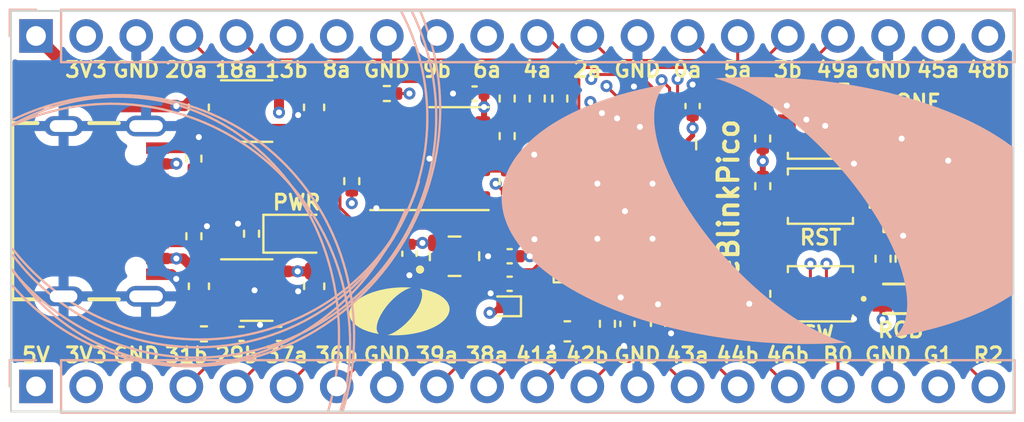
<source format=kicad_pcb>
(kicad_pcb (version 20240108) (generator "pcbnew") (generator_version "8.0")
  (title_block (title "iCEblink") (date "2024-02-14") (company "Olin College of Engineering"))
  (layers (0 "F.Cu" signal) (1 "In1.Cu" power) (2 "In2.Cu" signal) (31 "B.Cu" power) (34 "B.Paste" user) (35 "F.Paste" user) (36 "B.SilkS" user "B.Silkscreen") (37 "F.SilkS" user "F.Silkscreen") (38 "B.Mask" user) (39 "F.Mask" user) (44 "Edge.Cuts" user))
  (net 0 "")
  (net 1 "+5V")
  (net 2 "GND")
  (net 3 "+1V2")
  (net 4 "Net-(U3-EN)")
  (net 5 "Net-(U3-BYP)")
  (net 6 "+3V3")
  (net 7 "Net-(D4-K)")
  (net 8 "Net-(U4-VCCPLL)")
  (net 9 "Net-(D1-Pad1)")
  (net 10 "Net-(D1-Pad2)")
  (net 11 "Net-(D1-Pad4)")
  (net 12 "Net-(D2-K)")
  (net 13 "Net-(D3-A)")
  (net 14 "/IOT_51a")
  (net 15 "Net-(D5-A)")
  (net 16 "Net-(J1-CC1)")
  (net 17 "Net-(J1-D+-PadA6)")
  (net 18 "Net-(J1-D--PadA7)")
  (net 20 "Net-(J1-CC2)")
  (net 22 "/RGB2")
  (net 23 "/RGB1")
  (net 24 "/RGB0")
  (net 25 "/IOT_50b")
  (net 26 "/IOT_49a")
  (net 27 "/IOT_48b")
  (net 28 "/IOT_46b_G0")
  (net 29 "/IOT_45a_G1")
  (net 30 "/IOT_44b")
  (net 31 "/IOT_43a")
  (net 32 "/IOT_42b")
  (net 33 "/IOT_41a")
  (net 34 "/IOT_39a")
  (net 35 "/IOT_38b")
  (net 36 "/IOT_37a")
  (net 37 "/IOB_0a")
  (net 38 "/IOB_2a")
  (net 39 "/IOB_3b_G6")
  (net 40 "/IOB_4a")
  (net 41 "/IOB_5a")
  (net 42 "/IOB_6a")
  (net 43 "/IOB_8a")
  (net 44 "/IOB_9b")
  (net 45 "/IOB_13b")
  (net 46 "/IOB_18a")
  (net 47 "/IOB_20a")
  (net 48 "/IOB_29b")
  (net 49 "/IOB_31b")
  (net 50 "/IOT_36b")
  (net 51 "Net-(U4-~{CRESET})")
  (net 52 "Net-(U4-IOB_16a)")
  (net 53 "Net-(U4-IOB_24a)")
  (net 54 "Net-(U4-IOB_23b)")
  (net 55 "Net-(U4-IOB_22a)")
  (net 56 "Net-(U1-~{CS})")
  (net 57 "Net-(U1-SCK)")
  (net 58 "Net-(U1-~{WP}{slash}IO2)")
  (net 59 "Net-(U1-~{HOLD}{slash}IO3)")
  (net 60 "Net-(U1-DO{slash}IO1)")
  (net 61 "Net-(U1-DI{slash}IO0)")
  (net 63 "Net-(U4-IOB_25b_G3)")
  (footprint "Capacitor_SMD:C_0402_1005Metric" (layer "F.Cu") (at 140.589 117.983 180)
    (property "Reference" "C5" (hide yes))
    (property "Value" "10nF" (hide yes))
  )
  (footprint "Capacitor_SMD:C_0402_1005Metric" (layer "F.Cu") (at 158.242 117.475 90)
    (property "Reference" "C14" (hide yes))
    (property "Value" "1µF" (hide yes))
  )
  (footprint "Capacitor_SMD:C_0603_1608Metric" (layer "F.Cu") (at 136.5195 106.492 -90)
    (property "Reference" "C1" (hide yes))
    (property "Value" "10µF" (hide yes))
  )
  (footprint "Resistor_SMD:R_0402_1005Metric" (layer "F.Cu") (at 174.498 108.077 90)
    (property "Reference" "R19" (hide yes))
    (property "Value" "1K" (hide yes))
  )
  (footprint "Capacitor_SMD:C_0603_1608Metric" (layer "F.Cu") (at 136.525 115.57 -90)
    (property "Reference" "C4" (hide yes))
    (property "Value" "10µF" (hide yes))
  )
  (footprint "Capacitor_SMD:C_0402_1005Metric" (layer "F.Cu") (at 161.544 106.426 -90)
    (property "Reference" "C9" (hide yes))
    (property "Value" "1µF" (hide yes))
  )
  (footprint "Eclectronics:OlinLogoSm" (layer "F.Cu") (at 146.685 116.84)
    (property "Reference" "OlinLogoSm" (hide yes))
    (property "Value" "G***" (hide yes))
  )
  (footprint "Eclectronics:X1-DFN1006-2" (layer "F.Cu") (at 152.146 116.586 180)
    (property "Reference" "D4" (hide yes))
    (property "Value" "SBR02U100LP" (hide yes))
  )
  (footprint "Resistor_SMD:R_0402_1005Metric" (layer "F.Cu") (at 172.212 114.173 90)
    (property "Reference" "R9" (hide yes))
    (property "Value" "1K" (hide yes))
  )
  (footprint "Capacitor_SMD:C_0603_1608Metric" (layer "F.Cu") (at 142.3615 106.492 -90)
    (property "Reference" "C2" (hide yes))
    (property "Value" "10µF" (hide yes))
  )
  (footprint "Button_Switch_SMD:SW_SPST_B3U-1000P" (layer "F.Cu") (at 168.021 107.696)
    (property "Reference" "S2" (hide yes))
    (property "Value" "BOOT" (hide yes))
  )
  (footprint "Resistor_SMD:R_0402_1005Metric" (layer "F.Cu") (at 153.67 106.045 -90)
    (property "Reference" "R10" (hide yes))
    (property "Value" "68Ω" (hide yes))
  )
  (footprint "Capacitor_SMD:C_0402_1005Metric" (layer "F.Cu") (at 159.7914 117.475 90)
    (property "Reference" "C12" (hide yes))
    (property "Value" "1µF" (hide yes))
  )
  (footprint "Capacitor_SMD:C_0402_1005Metric" (layer "F.Cu") (at 159.0294 106.426 -90)
    (property "Reference" "C13" (hide yes))
    (property "Value" "1µF" (hide yes))
  )
  (footprint "Capacitor_SMD:C_0402_1005Metric" (layer "F.Cu") (at 150.495 105.791 180)
    (property "Reference" "C7" (hide yes))
    (property "Value" "1µF" (hide yes))
  )
  (footprint "Eclectronics:IQXO-791" (layer "F.Cu") (at 149.479 114.046)
    (property "Reference" "X1" (hide yes))
    (property "Value" "IQXO-791" (hide yes))
  )
  (footprint "Capacitor_SMD:C_0603_1608Metric" (layer "F.Cu") (at 142.367 115.57 -90)
    (property "Reference" "C6" (hide yes))
    (property "Value" "10µF" (hide yes))
  )
  (footprint "Capacitor_SMD:C_0603_1608Metric" (layer "F.Cu") (at 155.194 117.856)
    (property "Reference" "C15" (hide yes))
    (property "Value" "10µF" (hide yes))
  )
  (footprint "Resistor_SMD:R_0402_1005Metric" (layer "F.Cu") (at 152.146 107.95 90)
    (property "Reference" "R16" (hide yes))
    (property "Value" "10K" (hide yes))
  )
  (footprint "LED_SMD:LED_0805_2012Metric" (layer "F.Cu") (at 172.212 110.617)
    (property "Reference" "D3" (hide yes))
    (property "Value" "LED" (hide yes))
  )
  (footprint "Resistor_SMD:R_0402_1005Metric" (layer "F.Cu") (at 154.813 106.045 -90)
    (property "Reference" "R12" (hide yes))
    (property "Value" "68Ω" (hide yes))
  )
  (footprint "Resistor_SMD:R_0402_1005Metric" (layer "F.Cu") (at 165.1 110.49 90)
    (property "Reference" "R5" (hide yes))
    (property "Value" "10K" (hide yes))
  )
  (footprint "LED_SMD:LED_0805_2012Metric" (layer "F.Cu") (at 172.212 108.077)
    (property "Reference" "D5" (hide yes))
    (property "Value" "CDONE" (hide yes))
  )
  (footprint "Eclectronics:IN-S85TATRGB" (layer "F.Cu") (at 172.212 116.205)
    (property "Reference" "D1" (hide yes))
    (property "Value" "IN-S85TATRGB_ALT" (hide yes))
  )
  (footprint "Resistor_SMD:R_0402_1005Metric" (layer "F.Cu") (at 173.228 114.173 90)
    (property "Reference" "R7" (hide yes))
    (property "Value" "1K" (hide yes))
  )
  (footprint "Resistor_SMD:R_0402_1005Metric" (layer "F.Cu") (at 136.779 117.983)
    (property "Reference" "R1" (hide yes))
    (property "Value" "10K" (hide yes))
  )
  (footprint "Package_TO_SOT_SMD:SOT-23-5" (layer "F.Cu") (at 139.446 106.68)
    (property "Reference" "U2" (hide yes))
    (property "Value" "MIC5365-1-2YD5" (hide yes))
  )
  (footprint "Resistor_SMD:R_0402_1005Metric" (layer "F.Cu") (at 165.0945 108.072 -90)
    (property "Reference" "R6" (hide yes))
    (property "Value" "10K" (hide yes))
  )
  (footprint "Package_SON:WSON-8-1EP_6x5mm_P1.27mm_EP3.4x4.3mm" (layer "F.Cu") (at 148.209 109.093)
    (property "Reference" "U1" (hide yes))
    (property "Value" "W25Q128JV" (hide yes))
  )
  (footprint "Resistor_SMD:R_0402_1005Metric" (layer "F.Cu") (at 136.271 109.093 90)
    (property "Reference" "R3" (hide yes))
    (property "Value" "5.1K" (hide yes))
  )
  (footprint "Capacitor_SMD:C_0402_1005Metric" (layer "F.Cu") (at 147.193 113.919 -90)
    (property "Reference" "C8" (hide yes))
    (property "Value" "1µF" (hide yes))
  )
  (footprint "Button_Switch_SMD:SW_SPST_B3U-1000P" (layer "F.Cu") (at 168.021 115.951)
    (property "Reference" "S3" (hide yes))
    (property "Value" "SW" (hide yes))
  )
  (footprint "Package_DFN_QFN:QFN-48-1EP_7x7mm_P0.5mm_EP5.6x5.6mm" (layer "F.Cu") (at 158.115 111.76 -90)
    (property "Reference" "U4" (hide yes))
    (property "Value" "ICE40UP5K-SG48ITR" (hide yes))
  )
  (footprint "Resistor_SMD:R_0402_1005Metric" (layer "F.Cu") (at 144.272 110.236 -90)
    (property "Reference" "R15" (hide yes))
    (property "Value" "10K" (hide yes))
  )
  (footprint "Resistor_SMD:R_0402_1005Metric" (layer "F.Cu") (at 157.226 117.475 90)
    (property "Reference" "R18" (hide yes))
    (property "Value" "100Ω" (hide yes))
  )
  (footprint "Resistor_SMD:R_0402_1005Metric" (layer "F.Cu") (at 174.498 110.617 90)
    (property "Reference" "R17" (hide yes))
    (property "Value" "1.5K" (hide yes))
  )
  (footprint "Resistor_SMD:R_0402_1005Metric" (layer "F.Cu") (at 146.05 105.791 180)
    (property "Reference" "R13" (hide yes))
    (property "Value" "10K" (hide yes))
  )
  (footprint "Fiducial:Fiducial_1mm_Mask2mm" (layer "F.Cu") (at 128.27 105.41)
    (property "Reference" "FID1" (hide yes))
    (property "Value" "Fiducial" (hide yes))
  )
  (footprint "Resistor_SMD:R_0402_1005Metric" (layer "F.Cu") (at 165.1 115.951 -90)
    (property "Reference" "R20" (hide yes))
    (property "Value" "10K" (hide yes))
  )
  (footprint "Resistor_SMD:R_0402_1005Metric" (layer "F.Cu") (at 152.146 106.045 -90)
    (property "Reference" "R11" (hide yes))
    (property "Value" "1.5K" (hide yes))
  )
  (footprint "Button_Switch_SMD:SW_SPST_B3U-1000P" (layer "F.Cu") (at 168.021 110.998)
    (property "Reference" "S1" (hide yes))
    (property "Value" "RST" (hide yes))
  )
  (footprint "Resistor_SMD:R_0402_1005Metric" (layer "F.Cu") (at 136.271 113.03 90)
    (property "Reference" "R2" (hide yes))
    (property "Value" "5.1K" (hide yes))
  )
  (footprint "Fiducial:Fiducial_1mm_Mask2mm" (layer "F.Cu") (at 176.53 116.84)
    (property "Reference" "FID3" (hide yes))
    (property "Value" "Fiducial" (hide yes))
  )
  (footprint "Resistor_SMD:R_0402_1005Metric" (layer "F.Cu") (at 152.146 110.238 90)
    (property "Reference" "R14" (hide yes))
    (property "Value" "10K" (hide yes))
  )
  (footprint "Capacitor_SMD:C_0402_1005Metric" (layer "F.Cu") (at 152.273 114.046)
    (property "Reference" "C10" (hide yes))
    (property "Value" "1µF" (hide yes))
  )
  (footprint "Capacitor_SMD:C_0402_1005Metric" (layer "F.Cu") (at 138.684 117.983)
    (property "Reference" "C3" (hide yes))
    (property "Value" "10nF" (hide yes))
  )
  (footprint "Fiducial:Fiducial_1mm_Mask2mm" (layer "F.Cu") (at 176.53 106.68)
    (property "Reference" "FID2" (hide yes))
    (property "Value" "Fiducial" (hide yes))
  )
  (footprint "Resistor_SMD:R_0402_1005Metric" (layer "F.Cu") (at 139.192 112.903 90)
    (property "Reference" "R4" (hide yes))
    (property "Value" "1K" (hide yes))
  )
  (footprint "Eclectronics:USB4105-GF-A" (layer "F.Cu") (at 129.667 111.76 -90)
    (property "Reference" "J1" (hide yes))
    (property "Value" "USB4105-GF-A" (hide yes))
  )
  (footprint "Capacitor_SMD:C_0402_1005Metric" (layer "F.Cu") (at 152.273 115.443)
    (property "Reference" "C11" (hide yes))
    (property "Value" "1µF" (hide yes))
  )
  (footprint "Package_TO_SOT_SMD:SOT-23-5" (layer "F.Cu") (at 139.4515 115.763)
    (property "Reference" "U3" (hide yes))
    (property "Value" "MIC5318-3-3YD5" (hide yes))
  )
  (footprint "Resistor_SMD:R_0402_1005Metric" (layer "F.Cu") (at 171.196 114.173 90)
    (property "Reference" "R8" (hide yes))
    (property "Value" "1.5K" (hide yes))
  )
  (footprint "LED_SMD:LED_0805_2012Metric" (layer "F.Cu") (at 141.478 112.903)
    (property "Reference" "D2" (hide yes))
    (property "Value" "PWR" (hide yes))
  )
  (footprint "Connector_PinHeader_2.54mm:PinHeader_1x20_P2.54mm_Vertical" (layer "B.Cu") (at 128.27 120.65 -90)
    (property "Reference" "J2" (hide yes))
    (property "Value" "Left" (hide yes))
  )
  (footprint "Connector_PinHeader_2.54mm:PinHeader_1x20_P2.54mm_Vertical" (layer "B.Cu") (at 128.27 102.87 -90)
    (property "Reference" "J3" (hide yes))
    (property "Value" "Right" (hide yes))
  )
  (footprint "Eclectronics:gesture_ellipse_clipped" (layer "B.Cu") (at 137.922 111.76)
    (property "Reference" "svg2mod" (hide yes))
    (property "Value" "G***" (hide yes))
  )
  (footprint "Eclectronics:OlinLogoTruncated_0.5in" (layer "B.Cu") (at 163.957 111.76)
    (property "Reference" "svg2mod" (hide yes))
    (property "Value" "G***" (hide yes))
  )
  (gr_line (start 127 121.92) (end 177.8 121.92) (stroke (width 0.1)) (layer "Edge.Cuts"))
  (gr_line (start 177.8 101.6) (end 127 101.6) (stroke (width 0.1)) (layer "Edge.Cuts"))
  (gr_line (start 177.8 121.92) (end 177.8 101.6) (stroke (width 0.1)) (layer "Edge.Cuts"))
  (gr_line (start 127 101.6) (end 127 121.92) (stroke (width 0.1)) (layer "Edge.Cuts"))
  (gr_text "39a" (at 148.59 119.507 0) (layer "F.SilkS") (effects (font (size 0.762 0.762) (thickness 0.1524) (bold yes)) (justify bottom)))
  (gr_text "43a" (at 161.29 119.507 0) (layer "F.SilkS") (effects (font (size 0.762 0.762) (thickness 0.1524) (bold yes)) (justify bottom)))
  (gr_text "GND" (at 133.35 105.029 0) (layer "F.SilkS") (effects (font (size 0.762 0.762) (thickness 0.1524) (bold yes)) (justify bottom)))
  (gr_text "5V" (at 128.27 119.507 0) (layer "F.SilkS") (effects (font (size 0.762 0.762) (thickness 0.1524) (bold yes)) (justify bottom)))
  (gr_text "6a" (at 151.13 105.029 0) (layer "F.SilkS") (effects (font (size 0.762 0.762) (thickness 0.1524) (bold yes)) (justify bottom)))
  (gr_text "GND" (at 158.75 105.029 0) (layer "F.SilkS") (effects (font (size 0.762 0.762) (thickness 0.1524) (bold yes)) (justify bottom)))
  (gr_text "GND" (at 146.05 105.029 0) (layer "F.SilkS") (effects (font (size 0.762 0.762) (thickness 0.1524) (bold yes)) (justify bottom)))
  (gr_text "37a" (at 140.97 119.507 0) (layer "F.SilkS") (effects (font (size 0.762 0.762) (thickness 0.1524) (bold yes)) (justify bottom)))
  (gr_text "13b" (at 140.97 105.029 0) (layer "F.SilkS") (effects (font (size 0.762 0.762) (thickness 0.1524) (bold yes)) (justify bottom)))
  (gr_text "48b" (at 176.53 105.029 0) (layer "F.SilkS") (effects (font (size 0.762 0.762) (thickness 0.1524) (bold yes)) (justify bottom)))
  (gr_text "R2" (at 176.53 119.507 0) (layer "F.SilkS") (effects (font (size 0.762 0.762) (thickness 0.1524) (bold yes)) (justify bottom)))
  (gr_text "45a" (at 173.99 105.029 0) (layer "F.SilkS") (effects (font (size 0.762 0.762) (thickness 0.1524) (bold yes)) (justify bottom)))
  (gr_text "RST" (at 168.021 113.538 0) (layer "F.SilkS") (effects (font (size 0.762 0.762) (thickness 0.1524) (bold yes)) (justify bottom)))
  (gr_text "5a" (at 163.83 105.029 0) (layer "F.SilkS") (effects (font (size 0.762 0.762) (thickness 0.1524) (bold yes)) (justify bottom)))
  (gr_text "GND" (at 171.45 105.029 0) (layer "F.SilkS") (effects (font (size 0.762 0.762) (thickness 0.1524) (bold yes)) (justify bottom)))
  (gr_text "BAM" (at 175.895 114.808 90) (layer "F.SilkS") (effects (font (size 0.762 0.762) (thickness 0.1524) (bold yes)) (justify left bottom)))
  (gr_text "CDONE" (at 172.212 106.68 0) (layer "F.SilkS") (effects (font (size 0.762 0.762) (thickness 0.1524) (bold yes)) (justify bottom)))
  (gr_text "3V3" (at 130.81 119.507 0) (layer "F.SilkS") (effects (font (size 0.762 0.762) (thickness 0.1524) (bold yes)) (justify bottom)))
  (gr_text "3V3" (at 130.81 105.029 0) (layer "F.SilkS") (effects (font (size 0.762 0.762) (thickness 0.1524) (bold yes)) (justify bottom)))
  (gr_text "GND" (at 171.45 119.507 0) (layer "F.SilkS") (effects (font (size 0.762 0.762) (thickness 0.1524) (bold yes)) (justify bottom)))
  (gr_text "41a" (at 153.67 119.507 0) (layer "F.SilkS") (effects (font (size 0.762 0.762) (thickness 0.1524) (bold yes)) (justify bottom)))
  (gr_text "LED" (at 172.085 112.903 0) (layer "F.SilkS") (effects (font (size 0.762 0.762) (thickness 0.1524) (bold yes)) (justify bottom)))
  (gr_text "RGB" (at 172.085 118.237 0) (layer "F.SilkS") (effects (font (size 0.762 0.762) (thickness 0.1524) (bold yes)) (justify bottom)))
  (gr_text "SW" (at 167.894 117.983 0) (layer "F.SilkS") (effects (font (size 0.762 0.762) (thickness 0.1524) (bold yes))))
  (gr_text "20a" (at 135.89 105.029 0) (layer "F.SilkS") (effects (font (size 0.762 0.762) (thickness 0.1524) (bold yes)) (justify bottom)))
  (gr_text "44b" (at 163.83 119.507 0) (layer "F.SilkS") (effects (font (size 0.762 0.762) (thickness 0.1524) (bold yes)) (justify bottom)))
  (gr_text "PWR" (at 141.478 111.76 0) (layer "F.SilkS") (effects (font (size 0.762 0.762) (thickness 0.1524) (bold yes)) (justify bottom)))
  (gr_text "46b" (at 166.37 119.507 0) (layer "F.SilkS") (effects (font (size 0.762 0.762) (thickness 0.1524) (bold yes)) (justify bottom)))
  (gr_text "7/1/2024" (at 177.165 114.808 90) (layer "F.SilkS") (effects (font (size 0.762 0.762) (thickness 0.1524) (bold yes)) (justify left bottom)))
  (gr_text "GND" (at 158.75 119.507 0) (layer "F.SilkS") (effects (font (size 0.762 0.762) (thickness 0.1524) (bold yes)) (justify bottom)))
  (gr_text "G1" (at 173.99 119.507 0) (layer "F.SilkS") (effects (font (size 0.762 0.762) (thickness 0.1524) (bold yes)) (justify bottom)))
  (gr_text "8a" (at 143.51 105.029 0) (layer "F.SilkS") (effects (font (size 0.762 0.762) (thickness 0.1524) (bold yes)) (justify bottom)))
  (gr_text "31b" (at 135.89 119.507 0) (layer "F.SilkS") (effects (font (size 0.762 0.762) (thickness 0.1524) (bold yes)) (justify bottom)))
  (gr_text "BOOT" (at 168.021 106.172 0) (layer "F.SilkS") (effects (font (size 0.762 0.762) (thickness 0.1524) (bold yes)) (justify bottom)))
  (gr_text "B0" (at 168.91 119.507 0) (layer "F.SilkS") (effects (font (size 0.762 0.762) (thickness 0.1524) (bold yes)) (justify bottom)))
  (gr_text "18a" (at 138.43 105.029 0) (layer "F.SilkS") (effects (font (size 0.762 0.762) (thickness 0.1524) (bold yes)) (justify bottom)))
  (gr_text "38a" (at 151.13 119.507 0) (layer "F.SilkS") (effects (font (size 0.762 0.762) (thickness 0.1524) (bold yes)) (justify bottom)))
  (gr_text "iceBlinkPico" (at 163.957 111.76 90) (layer "F.SilkS") (effects (font (size 1.016 1.016) (thickness 0.2032) (bold yes)) (justify bottom)))
  (gr_text "4a" (at 153.67 105.029 0) (layer "F.SilkS") (effects (font (size 0.762 0.762) (thickness 0.1524) (bold yes)) (justify bottom)))
  (gr_text "GND" (at 133.35 119.507 0) (layer "F.SilkS") (effects (font (size 0.762 0.762) (thickness 0.1524) (bold yes)) (justify bottom)))
  (gr_text "3b" (at 166.37 105.029 0) (layer "F.SilkS") (effects (font (size 0.762 0.762) (thickness 0.1524) (bold yes)) (justify bottom)))
  (gr_text "36b" (at 143.51 119.507 0) (layer "F.SilkS") (effects (font (size 0.762 0.762) (thickness 0.1524) (bold yes)) (justify bottom)))
  (gr_text "9b" (at 148.59 105.029 0) (layer "F.SilkS") (effects (font (size 0.762 0.762) (thickness 0.1524) (bold yes)) (justify bottom)))
  (gr_text "GND" (at 146.05 119.507 0) (layer "F.SilkS") (effects (font (size 0.762 0.762) (thickness 0.1524) (bold yes)) (justify bottom)))
  (gr_text "49a" (at 168.91 105.029 0) (layer "F.SilkS") (effects (font (size 0.762 0.762) (thickness 0.1524) (bold yes)) (justify bottom)))
  (gr_text "2a" (at 156.21 105.029 0) (layer "F.SilkS") (effects (font (size 0.762 0.762) (thickness 0.1524) (bold yes)) (justify bottom)))
  (gr_text "29b" (at 138.43 119.507 0) (layer "F.SilkS") (effects (font (size 0.762 0.762) (thickness 0.1524) (bold yes)) (justify bottom)))
  (gr_text "42b" (at 156.21 119.507 0) (layer "F.SilkS") (effects (font (size 0.762 0.762) (thickness 0.1524) (bold yes)) (justify bottom)))
  (gr_text "0a" (at 161.29 105.029 0) (layer "F.SilkS") (effects (font (size 0.762 0.762) (thickness 0.1524) (bold yes)) (justify bottom)))
  (segment (start 137.2794 115.537) (end 136.5374 114.795) (width 0.1524) (layer "F.Cu") (net 1))
  (segment (start 135.8105 106.426) (end 136.5195 105.717) (width 0.508) (layer "F.Cu") (net 1))
  (segment (start 138.296 114.795) (end 138.314 114.813) (width 0.508) (layer "F.Cu") (net 1))
  (segment (start 131.826 106.426) (end 128.27 102.87) (width 0.635) (layer "F.Cu") (net 1))
  (segment (start 134.422 114.16) (end 135.733503 114.16) (width 0.508) (layer "F.Cu") (net 1))
  (segment (start 136.5195 105.717) (end 138.2955 105.717) (width 0.508) (layer "F.Cu") (net 1))
  (segment (start 138.2955 105.717) (end 138.3085 105.73) (width 0.508) (layer "F.Cu") (net 1))
  (segment (start 136.525 114.795) (end 137.2616 114.795) (width 0.508) (layer "F.Cu") (net 1))
  (segment (start 137.2616 114.795) (end 138.296 114.795) (width 0.508) (layer "F.Cu") (net 1))
  (segment (start 138.6992 107.63) (end 139.2504 107.0788) (width 0.1524) (layer "F.Cu") (net 1))
  (segment (start 138.3085 107.63) (end 138.6992 107.63) (width 0.1524) (layer "F.Cu") (net 1))
  (segment (start 135.382 106.426) (end 131.826 106.426) (width 0.635) (layer "F.Cu") (net 1))
  (segment (start 135.733503 114.16) (end 136.368503 114.795) (width 0.508) (layer "F.Cu") (net 1))
  (segment (start 139.2504 107.0788) (end 139.2504 106.3066) (width 0.1524) (layer "F.Cu") (net 1))
  (segment (start 136.368503 114.795) (end 136.525 114.795) (width 0.508) (layer "F.Cu") (net 1))
  (segment (start 139.2504 106.3066) (end 138.6738 105.73) (width 0.1524) (layer "F.Cu") (net 1))
  (segment (start 138.6738 105.73) (end 138.3085 105.73) (width 0.1524) (layer "F.Cu") (net 1))
  (segment (start 135.382 106.426) (end 135.8105 106.426) (width 0.508) (layer "F.Cu") (net 1))
  (segment (start 136.5374 114.795) (end 136.525 114.795) (width 0.1524) (layer "F.Cu") (net 1))
  (segment (start 135.369 109.36) (end 135.382 109.347) (width 0.508) (layer "F.Cu") (net 1))
  (segment (start 137.2794 116.9492) (end 137.2794 115.537) (width 0.1524) (layer "F.Cu") (net 1))
  (segment (start 134.422 109.36) (end 135.369 109.36) (width 0.508) (layer "F.Cu") (net 1))
  (segment (start 136.269 117.983) (end 136.269 117.9596) (width 0.1524) (layer "F.Cu") (net 1))
  (segment (start 136.269 117.9596) (end 137.2794 116.9492) (width 0.1524) (layer "F.Cu") (net 1))
  (segment (start 137.2794 114.8128) (end 137.2616 114.795) (width 0.1524) (layer "F.Cu") (net 1))
  (via (at 135.382 109.347) (size 0.6096) (drill 0.3048) (layers "F.Cu" "B.Cu") (net 1))
  (via (at 135.382 106.426) (size 0.6096) (drill 0.3048) (layers "F.Cu" "B.Cu") (net 1))
  (via (at 135.382 114.16) (size 0.6096) (drill 0.3048) (layers "F.Cu" "B.Cu") (net 1))
  (segment (start 139.164 117.983) (end 139.6238 117.983) (width 0.3048) (layer "F.Cu") (net 2))
  (segment (start 150.329 114.721) (end 150.2518 114.721) (width 0.3048) (layer "F.Cu") (net 2))
  (segment (start 158.242 118.4148) (end 158.0642 118.5926) (width 0.254) (layer "F.Cu") (net 2))
  (segment (start 138.3085 106.68) (end 137.1065 106.68) (width 0.508) (layer "F.Cu") (net 2))
  (segment (start 139.6238 117.983) (end 139.6238 117.5258) (width 0.3048) (layer "F.Cu") (net 2))
  (segment (start 134.422 108.56) (end 136.248 108.56) (width 0.508) (layer "F.Cu") (net 2))
  (segment (start 151.3104 115.9256) (end 151.793 115.443) (width 0.3048) (layer "F.Cu") (net 2))
  (segment (start 150.015 105.791) (end 149.4028 105.791) (width 0.3048) (layer "F.Cu") (net 2))
  (segment (start 158.242 117.955) (end 158.242 118.4148) (width 0.254) (layer "F.Cu") (net 2))
  (segment (start 136.271 112.52) (end 136.9294 112.52) (width 0.3048) (layer "F.Cu") (net 2))
  (segment (start 158.877 105.918) (end 158.877 105.946) (width 0.254) (layer "F.Cu") (net 2))
  (segment (start 169.721 117.2228) (end 169.721 115.951) (width 0.3048) (layer "F.Cu") (net 2))
  (segment (start 159.7914 117.955) (end 160.4492 117.955) (width 0.254) (layer "F.Cu") (net 2))
  (segment (start 158.417076 105.4349) (end 158.417076 105.458076) (width 0.254) (layer "F.Cu") (net 2))
  (segment (start 151.13 114.046) (end 151.793 114.046) (width 0.3048) (layer "F.Cu") (net 2))
  (segment (start 134.422 114.96) (end 135.14 114.96) (width 0.508) (layer "F.Cu") (net 2))
  (segment (start 138.314 115.763) (end 139.3342 115.763) (width 0.508) (layer "F.Cu") (net 2))
  (segment (start 138.5082 112.393) (end 138.5062 112.395) (width 0.3048) (layer "F.Cu") (net 2))
  (segment (start 137.1065 106.68) (end 136.5195 107.267) (width 0.508) (layer "F.Cu") (net 2))
  (segment (start 150.455 114.721) (end 151.13 114.046) (width 0.3048) (layer "F.Cu") (net 2))
  (segment (start 139.1666 117.983) (end 139.6238 117.5258) (width 0.3048) (layer "F.Cu") (net 2))
  (segment (start 140.081 117.983) (end 139.6238 117.5258) (width 0.3048) (layer "F.Cu") (net 2))
  (segment (start 141.9777 106.8832) (end 141.5542 106.8832) (width 0.508) (layer "F.Cu") (net 2))
  (segment (start 139.192 112.393) (end 138.5082 112.393) (width 0.3048) (layer "F.Cu") (net 2))
  (segment (start 142.3615 107.267) (end 141.9777 106.8832) (width 0.508) (layer "F.Cu") (net 2))
  (segment (start 139.3342 115.763) (end 139.3444 115.7732) (width 0.508) (layer "F.Cu") (net 2))
  (segment (start 142.367 116.345) (end 141.846 115.824) (width 0.508) (layer "F.Cu") (net 2))
  (segment (start 147.193 114.399) (end 147.193 115.0112) (width 0.3048) (layer "F.Cu") (net 2))
  (segment (start 151.3078 115.9256) (end 151.3104 115.9256) (width 0.3048) (layer "F.Cu") (net 2))
  (segment (start 154.419 118.6558) (end 154.432 118.6688) (width 0.3048) (layer "F.Cu") (net 2))
  (segment (start 150.329 114.721) (end 150.455 114.721) (width 0.3048) (layer "F.Cu") (net 2))
  (segment (start 136.9294 112.52) (end 136.9314 112.522) (width 0.3048) (layer "F.Cu") (net 2))
  (segment (start 158.569476 105.458076) (end 159.0294 105.918) (width 0.254) (layer "F.Cu") (net 2))
  (segment (start 145.509 111.6) (end 145.5166 111.6076) (width 0.3048) (layer "F.Cu") (net 2))
  (segment (start 140.109 117.983) (end 140.081 117.983) (width 0.3048) (layer "F.Cu") (net 2))
  (segment (start 145.509 110.998) (end 145.509 111.6) (width 0.3048) (layer "F.Cu") (net 2))
  (segment (start 136.248 108.56) (end 136.271 108.583) (width 0.381) (layer "F.Cu") (net 2))
  (segment (start 172.1358 108.077) (end 171.2745 108.077) (width 0.3048) (layer "F.Cu") (net 2))
  (segment (start 141.846 115.824) (end 141.5542 115.824) (width 0.508) (layer "F.Cu") (net 2))
  (segment (start 139.6238 117.983) (end 140.109 117.983) (width 0.3048) (layer "F.Cu") (net 2))
  (segment (start 136.5195 108.3345) (end 136.271 108.583) (width 0.508) (layer "F.Cu") (net 2))
  (segment (start 135.14 114.96) (end 136.525 116.345) (width 0.508) (layer "F.Cu") (net 2))
  (segment (start 136.5195 107.267) (end 136.5195 108.3345) (width 0.508) (layer "F.Cu") (net 2))
  (segment (start 160.5508 117.955) (end 160.5534 117.9576) (width 0.254) (layer "F.Cu") (net 2))
  (segment (start 139.164 117.983) (end 139.1666 117.983) (width 0.3048) (layer "F.Cu") (net 2))
  (segment (start 154.419 117.856) (end 154.419 118.6558) (width 0.3048) (layer "F.Cu") (net 2))
  (segment (start 161.544 105.946) (end 161.544 105.3338) (width 0.254) (layer "F.Cu") (net 2))
  (segment (start 169.721 107.696) (end 169.721 110.998) (width 0.3048) (layer "F.Cu") (net 2))
  (via (at 172.1358 108.077) (size 0.6096) (drill 0.3048) (layers "F.Cu" "B.Cu") (net 2))
  (via (at 169.721 109.347) (size 0.6096) (drill 0.3048) (layers "F.Cu" "B.Cu") (net 2))
  (via (at 136.5195 108.0008) (size 0.6096) (drill 0.3048) (layers "F.Cu" "B.Cu") (net 2))
  (via (at 158.0642 118.5926) (size 0.6096) (drill 0.3048) (layers "F.Cu" "B.Cu") (net 2))
  (via (at 154.432 118.6688) (size 0.6096) (drill 0.3048) (layers "F.Cu" "B.Cu") (net 2))
  (via (at 148.209 109.093) (size 0.6096) (drill 0.3048) (layers "F.Cu" "B.Cu") (net 2))
  (via (at 138.5062 112.395) (size 0.6096) (drill 0.3048) (layers "F.Cu" "B.Cu") (net 2))
  (via (at 151.3078 115.9256) (size 0.6096) (drill 0.3048) (layers "F.Cu" "B.Cu") (net 2))
  (via (at 151.1808 114.046) (size 0.6096) (drill 0.3048) (layers "F.Cu" "B.Cu") (net 2))
  (via (at 139.3444 115.7732) (size 0.6096) (drill 0.3048) (layers "F.Cu" "B.Cu") (net 2))
  (via (at 147.193 115.0112) (size 0.6096) (drill 0.3048) (layers "F.Cu" "B.Cu") (net 2))
  (via (at 160.4518 117.9576) (size 0.6096) (drill 0.3048) (layers "F.Cu" "B.Cu") (net 2))
  (via (at 149.4028 105.791) (size 0.6096) (drill 0.3048) (layers "F.Cu" "B.Cu") (net 2))
  (via (at 158.569476 105.4349) (size 0.6096) (drill 0.3048) (layers "F.Cu" "B.Cu") (net 2))
  (via (at 136.9314 112.522) (size 0.6096) (drill 0.3048) (layers "F.Cu" "B.Cu") (net 2))
  (via (at 169.721 117.2228) (size 0.6096) (drill 0.3048) (layers "F.Cu" "B.Cu") (net 2))
  (via (at 141.5542 115.824) (size 0.6096) (drill 0.3048) (layers "F.Cu" "B.Cu") (net 2))
  (via (at 139.6238 117.5258) (size 0.6096) (drill 0.3048) (layers "F.Cu" "B.Cu") (net 2))
  (via (at 158.115 111.76) (size 0.6096) (drill 0.3048) (layers "F.Cu" "B.Cu") (net 2))
  (via (at 145.5166 111.6076) (size 0.6096) (drill 0.3048) (layers "F.Cu" "B.Cu") (net 2))
  (via (at 159.512 110.363) (size 0.6096) (drill 0.3048) (layers "F.Cu" "B.Cu") (net 2))
  (via (at 159.512 113.157) (size 0.6096) (drill 0.3048) (layers "F.Cu" "B.Cu") (net 2))
  (via (at 135.3755 115.1955) (size 0.6096) (drill 0.3048) (layers "F.Cu" "B.Cu") (net 2))
  (via (at 141.5542 106.8832) (size 0.6096) (drill 0.3048) (layers "F.Cu" "B.Cu") (net 2))
  (via (at 156.718 110.363) (size 0.6096) (drill 0.3048) (layers "F.Cu" "B.Cu") (net 2))
  (via (at 156.718 113.157) (size 0.6096) (drill 0.3048) (layers "F.Cu" "B.Cu") (net 2))
  (via (at 161.544 105.3338) (size 0.6096) (drill 0.3048) (layers "F.Cu" "B.Cu") (net 2))
  (segment (start 157.226 117.985) (end 158.216 116.995) (width 0.254) (layer "F.Cu") (net 3))
  (segment (start 158.242 116.4844) (end 157.865 116.1074) (width 0.254) (layer "F.Cu") (net 3))
  (segment (start 158.873456 107.482519) (end 159.0294 107.326575) (width 0.254) (layer "F.Cu") (net 3))
  (segment (start 158.865 108.3225) (end 158.865 107.490975) (width 0.254) (layer "F.Cu") (net 3))
  (segment (start 140.5835 105.73) (end 140.5835 106.7507) (width 0.508) (layer "F.Cu") (net 3))
  (segment (start 157.865 116.1074) (end 157.865 115.1975) (width 0.254) (layer "F.Cu") (net 3))
  (segment (start 142.3485 105.73) (end 142.3615 105.717) (width 0.508) (layer "F.Cu") (net 3))
  (segment (start 158.865 107.490975) (end 158.873456 107.482519) (width 0.254) (layer "F.Cu") (net 3))
  (segment (start 159.0294 107.326575) (end 159.0294 106.906) (width 0.254) (layer "F.Cu") (net 3))
  (segment (start 140.589 106.7562) (end 140.5835 106.7507) (width 0.508) (layer "F.Cu") (net 3))
  (segment (start 158.242 116.995) (end 158.242 116.4844) (width 0.254) (layer "F.Cu") (net 3))
  (segment (start 140.5835 105.73) (end 142.3485 105.73) (width 0.508) (layer "F.Cu") (net 3))
  (segment (start 158.216 116.995) (end 158.242 116.995) (width 0.254) (layer "F.Cu") (net 3))
  (via (at 158.873456 107.482519) (size 0.6096) (drill 0.3048) (layers "F.Cu" "B.Cu") (net 3))
  (via (at 157.900045 116.133379) (size 0.6096) (drill 0.3048) (layers "F.Cu" "B.Cu") (net 3))
  (via (at 140.5835 106.7507) (size 0.6096) (drill 0.3048) (layers "F.Cu" "B.Cu") (net 3))
  (segment (start 138.204 117.983) (end 138.204 116.823) (width 0.1524) (layer "F.Cu") (net 4))
  (segment (start 137.289 117.983) (end 138.204 117.983) (width 0.1524) (layer "F.Cu") (net 4))
  (segment (start 138.204 116.823) (end 138.314 116.713) (width 0.1524) (layer "F.Cu") (net 4))
  (segment (start 140.589 116.713) (end 140.589 117.489) (width 0.1524) (layer "F.Cu") (net 5))
  (segment (start 141.069 117.969) (end 141.069 117.983) (width 0.1524) (layer "F.Cu") (net 5))
  (segment (start 140.589 117.489) (end 141.069 117.969) (width 0.1524) (layer "F.Cu") (net 5))
  (segment (start 152.146 107.44) (end 151.9916 107.44) (width 0.1524) (layer "F.Cu") (net 6))
  (segment (start 152.146 110.748) (end 151.943713 110.748) (width 0.1524) (layer "F.Cu") (net 6))
  (segment (start 159.7914 116.341464) (end 159.7914 116.4844) (width 0.254) (layer "F.Cu") (net 6))
  (segment (start 164.4162 116.461) (end 164.4142 116.459) (width 0.3048) (layer "F.Cu") (net 6))
  (segment (start 144.272 110.746) (end 144.272 111.3536) (width 0.1524) (layer "F.Cu") (net 6))
  (segment (start 142.4155 112.903) (end 142.4155 114.7465) (width 0.1524) (layer "F.Cu") (net 6))
  (segment (start 174.498 108.587) (end 174.498 109.1946) (width 0.3048) (layer "F.Cu") (net 6))
  (segment (start 148.629 113.371) (end 147.261 113.371) (width 0.3048) (layer "F.Cu") (net 6))
  (segment (start 153.289 114.046) (end 152.753 114.046) (width 0.2032) (layer "F.Cu") (net 6))
  (segment (start 150.975 105.791) (end 150.975 107.122) (width 0.3048) (layer "F.Cu") (net 6))
  (segment (start 151.9916 107.44) (end 151.7396 107.188) (width 0.1524) (layer "F.Cu") (net 6))
  (segment (start 142.4155 114.7465) (end 142.367 114.795) (width 0.1524) (layer "F.Cu") (net 6))
  (segment (start 146.56 105.791) (end 147.193 105.791) (width 0.1524) (layer "F.Cu") (net 6))
  (segment (start 174.498 109.1946) (end 174.498 110.107) (width 0.3048) (layer "F.Cu") (net 6))
  (segment (start 153.5938 114.046) (end 154.1298 113.51) (width 0.2032) (layer "F.Cu") (net 6))
  (segment (start 142.349 114.813) (end 142.367 114.795) (width 0.508) (layer "F.Cu") (net 6))
  (segment (start 159.365 115.1975) (end 159.365 115.915064) (width 0.254) (layer "F.Cu") (net 6))
  (segment (start 151.4658 116.9162) (end 151.796 116.586) (width 0.3048) (layer "F.Cu") (net 6))
  (segment (start 161.1461 108.3225) (end 160.865 108.3225) (width 0.254) (layer "F.Cu") (net 6))
  (segment (start 151.943713 110.748) (end 151.563458 110.367745) (width 0.1524) (layer "F.Cu") (net 6))
  (segment (start 140.589 114.813) (end 142.349 114.813) (width 0.508) (layer "F.Cu") (net 6))
  (segment (start 171.162 116.605) (end 171.162 117.2378) (width 0.3048) (layer "F.Cu") (net 6))
  (segment (start 165.0945 109.2145) (end 165.1 109.22) (width 0.1524) (layer "F.Cu") (net 6))
  (segment (start 153.289 114.046) (end 153.5938 114.046) (width 0.2032) (layer "F.Cu") (net 6))
  (segment (start 151.257 116.9162) (end 151.4658 116.9162) (width 0.3048) (layer "F.Cu") (net 6))
  (segment (start 154.1298 113.51) (end 154.6775 113.51) (width 0.2032) (layer "F.Cu") (net 6))
  (segment (start 151.7396 107.188) (end 150.909 107.188) (width 0.1524) (layer "F.Cu") (net 6))
  (segment (start 147.261 113.371) (end 147.193 113.439) (width 0.3048) (layer "F.Cu") (net 6))
  (segment (start 161.544 107.9246) (end 161.1461 108.3225) (width 0.254) (layer "F.Cu") (net 6))
  (segment (start 174.498 110.107) (end 174.4452 110.107) (width 0.1524) (layer "F.Cu") (net 6))
  (segment (start 165.1 109.98) (end 165.1 109.22) (width 0.3048) (layer "F.Cu") (net 6))
  (segment (start 159.365 115.915064) (end 159.7914 116.341464) (width 0.254) (layer "F.Cu") (net 6))
  (segment (start 171.162 117.2378) (end 171.1706 117.2464) (width 0.1524) (layer "F.Cu") (net 6))
  (segment (start 165.0945 108.582) (end 165.0945 109.2145) (width 0.3048) (layer "F.Cu") (net 6))
  (segment (start 150.975 107.122) (end 150.909 107.188) (width 0.3048) (layer "F.Cu") (net 6))
  (segment (start 159.7914 116.4844) (end 159.7914 116.995) (width 0.254) (layer "F.Cu") (net 6))
  (segment (start 161.544 106.906) (end 161.544 107.9246) (width 0.254) (layer "F.Cu") (net 6))
  (segment (start 165.1 116.461) (end 164.4162 116.461) (width 0.3048) (layer "F.Cu") (net 6))
  (via (at 150.975 106.4768) (size 0.6096) (drill 0.3048) (layers "F.Cu" "B.Cu") (net 6))
  (via (at 161.544 107.5436) (size 0.6096) (drill 0.3048) (layers "F.Cu" "B.Cu") (net 6))
  (via (at 147.8534 113.371) (size 0.6096) (drill 0.3048) (layers "F.Cu" "B.Cu") (net 6))
  (via (at 151.257 116.9162) (size 0.6096) (drill 0.3048) (layers "F.Cu" "B.Cu") (net 6))
  (via (at 171.1706 117.2464) (size 0.6096) (drill 0.3048) (layers "F.Cu" "B.Cu") (net 6))
  (via (at 159.7914 116.4844) (size 0.6096) (drill 0.3048) (layers "F.Cu" "B.Cu") (net 6))
  (via (at 153.289 114.046) (size 0.6096) (drill 0.3048) (layers "F.Cu" "B.Cu") (net 6))
  (via (at 141.5288 114.813) (size 0.6096) (drill 0.3048) (layers "F.Cu" "B.Cu") (net 6))
  (via (at 165.1 109.22) (size 0.6096) (drill 0.3048) (layers "F.Cu" "B.Cu") (net 6))
  (via (at 151.563458 110.367745) (size 0.6096) (drill 0.3048) (layers "F.Cu" "B.Cu") (net 6))
  (via (at 144.272 111.3536) (size 0.6096) (drill 0.3048) (layers "F.Cu" "B.Cu") (net 6))
  (via (at 164.4142 116.459) (size 0.6096) (drill 0.3048) (layers "F.Cu" "B.Cu") (net 6))
  (via (at 147.193 105.791) (size 0.6096) (drill 0.3048) (layers "F.Cu" "B.Cu") (net 6))
  (via (at 174.498 109.1946) (size 0.6096) (drill 0.3048) (layers "F.Cu" "B.Cu") (net 6))
  (segment (start 153.3906 115.443) (end 154.3236 114.51) (width 0.2032) (layer "F.Cu") (net 7))
  (segment (start 152.496 115.7) (end 152.753 115.443) (width 0.3048) (layer "F.Cu") (net 7))
  (segment (start 152.753 115.443) (end 153.3906 115.443) (width 0.2032) (layer "F.Cu") (net 7))
  (segment (start 152.496 116.586) (end 152.496 115.7) (width 0.3048) (layer "F.Cu") (net 7))
  (segment (start 154.3236 114.51) (end 154.6775 114.51) (width 0.2032) (layer "F.Cu") (net 7))
  (segment (start 156.2882 116.965) (end 157.226 116.965) (width 0.254) (layer "F.Cu") (net 8))
  (segment (start 157.226 115.931324) (end 157.365 115.792324) (width 0.254) (layer "F.Cu") (net 8))
  (segment (start 155.969 117.856) (end 155.969 117.2842) (width 0.254) (layer "F.Cu") (net 8))
  (segment (start 157.226 116.965) (end 157.226 115.931324) (width 0.254) (layer "F.Cu") (net 8))
  (segment (start 157.365 115.792324) (end 157.365 115.1975) (width 0.254) (layer "F.Cu") (net 8))
  (segment (start 155.969 117.2842) (end 156.2882 116.965) (width 0.254) (layer "F.Cu") (net 8))
  (segment (start 171.162 115.805) (end 171.5072 115.805) (width 0.1524) (layer "F.Cu") (net 9))
  (segment (start 171.958 116.5098) (end 172.6184 117.1702) (width 0.1524) (layer "F.Cu") (net 9))
  (segment (start 174.0662 115.3004) (end 173.4488 114.683) (width 0.1524) (layer "F.Cu") (net 9))
  (segment (start 171.958 116.2558) (end 171.958 116.5098) (width 0.1524) (layer "F.Cu") (net 9))
  (segment (start 173.863 117.1702) (end 174.0662 116.967) (width 0.1524) (layer "F.Cu") (net 9))
  (segment (start 171.5072 115.805) (end 171.958 116.2558) (width 0.1524) (layer "F.Cu") (net 9))
  (segment (start 172.6184 117.1702) (end 173.863 117.1702) (width 0.1524) (layer "F.Cu") (net 9))
  (segment (start 174.0662 116.967) (end 174.0662 115.3004) (width 0.1524) (layer "F.Cu") (net 9))
  (segment (start 173.4488 114.683) (end 173.228 114.683) (width 0.1524) (layer "F.Cu") (net 9))
  (segment (start 172.955 115.805) (end 173.262 115.805) (width 0.1524) (layer "F.Cu") (net 10))
  (segment (start 172.212 115.062) (end 172.955 115.805) (width 0.1524) (layer "F.Cu") (net 10))
  (segment (start 172.212 114.683) (end 172.212 115.062) (width 0.1524) (layer "F.Cu") (net 10))
  (segment (start 171.196 114.683) (end 171.2488 114.683) (width 0.1524) (layer "F.Cu") (net 11))
  (segment (start 171.2488 114.683) (end 172.2374 115.6716) (width 0.1524) (layer "F.Cu") (net 11))
  (segment (start 172.9168 116.605) (end 173.262 116.605) (width 0.1524) (layer "F.Cu") (net 11))
  (segment (start 172.2374 115.9256) (end 172.9168 116.605) (width 0.1524) (layer "F.Cu") (net 11))
  (segment (start 172.2374 115.6716) (end 172.2374 115.9256) (width 0.1524) (layer "F.Cu") (net 11))
  (segment (start 139.2408 113.413) (end 139.7508 112.903) (width 0.1524) (layer "F.Cu") (net 12))
  (segment (start 139.192 113.413) (end 139.2408 113.413) (width 0.1524) (layer "F.Cu") (net 12))
  (segment (start 139.7508 112.903) (end 140.5405 112.903) (width 0.1524) (layer "F.Cu") (net 12))
  (segment (start 173.1495 110.617) (end 173.988 110.617) (width 0.1524) (layer "F.Cu") (net 13))
  (segment (start 173.1495 110.7971) (end 173.1495 110.617) (width 0.1524) (layer "F.Cu") (net 13))
  (segment (start 173.988 110.617) (end 174.498 111.127) (width 0.1524) (layer "F.Cu") (net 13))
  (segment (start 165.5438 112.141) (end 170.6372 112.141) (width 0.1524) (layer "F.Cu") (net 14))
  (segment (start 165.4128 112.01) (end 165.5438 112.141) (width 0.1524) (layer "F.Cu") (net 14))
  (segment (start 170.6372 112.141) (end 171.2745 111.5037) (width 0.1524) (layer "F.Cu") (net 14))
  (segment (start 171.2745 111.5037) (end 171.2745 110.617) (width 0.1524) (layer "F.Cu") (net 14))
  (segment (start 161.5525 112.01) (end 165.4128 112.01) (width 0.1524) (layer "F.Cu") (net 14))
  (segment (start 171.2745 110.4369) (end 171.2745 110.617) (width 0.1524) (layer "F.Cu") (net 14))
  (segment (start 161.572628 112.030128) (end 161.5525 112.01) (width 0.1524) (layer "F.Cu") (net 14))
  (segment (start 168.2623 107.4293) (end 169.1386 106.553) (width 0.1524) (layer "F.Cu") (net 15))
  (segment (start 174.498 107.567) (end 174.4492 107.567) (width 0.1524) (layer "F.Cu") (net 15))
  (segment (start 157.865 107.19729) (end 157.865 108.3225) (width 0.1524) (layer "F.Cu") (net 15))
  (segment (start 174.4492 107.567) (end 173.9392 108.077) (width 0.1524) (layer "F.Cu") (net 15))
  (segment (start 157.716576 107.048866) (end 157.865 107.19729) (width 0.1524) (layer "F.Cu") (net 15))
  (segment (start 173.1495 107.8969) (end 173.1495 108.077) (width 0.1524) (layer "F.Cu") (net 15))
  (segment (start 173.9392 108.077) (end 173.1495 108.077) (width 0.1524) (layer "F.Cu") (net 15))
  (segment (start 169.1386 106.553) (end 171.8056 106.553) (width 0.1524) (layer "F.Cu") (net 15))
  (segment (start 171.8056 106.553) (end 173.1495 107.8969) (width 0.1524) (layer "F.Cu") (net 15))
  (via (at 157.716576 107.048866) (size 0.6096) (drill 0.3048) (layers "F.Cu" "B.Cu") (net 15))
  (via (at 168.2623 107.4293) (size 0.6096) (drill 0.3048) (layers "F.Cu" "B.Cu") (net 15))
  (segment (start 134.422 110.51) (end 135.364 110.51) (width 0.1524) (layer "F.Cu") (net 16))
  (segment (start 135.364 110.51) (end 136.271 109.603) (width 0.1524) (layer "F.Cu") (net 16))
  (segment (start 151.7396 105.1814) (end 152.0932 105.535) (width 0.1524) (layer "F.Cu") (net 17))
  (segment (start 135.0852 111.506) (end 135.2804 111.506) (width 0.1524) (layer "F.Cu") (net 17))
  (segment (start 144.4244 107.4674) (end 144.4244 106.00055) (width 0.1524) (layer "F.Cu") (net 17))
  (segment (start 135.2764 111.7052) (end 135.2764 112.2974) (width 0.1524) (layer "F.Cu") (net 17))
  (segment (start 152.0932 105.535) (end 152.146 105.535) (width 0.1524) (layer "F.Cu") (net 17))
  (segment (start 135.2764 112.2974) (end 135.0638 112.51) (width 0.1524) (layer "F.Cu") (net 17))
  (segment (start 135.0638 112.51) (end 134.422 112.51) (width 0.1524) (layer "F.Cu") (net 17))
  (segment (start 144.4244 106.00055) (end 145.24355 105.1814) (width 0.1524) (layer "F.Cu") (net 17))
  (segment (start 135.4836 111.506) (end 140.3858 111.506) (width 0.1524) (layer "F.Cu") (net 17))
  (segment (start 152.146 105.535) (end 153.67 105.535) (width 0.1524) (layer "F.Cu") (net 17))
  (segment (start 135.2764 111.51) (end 135.2804 111.506) (width 0.1524) (layer "F.Cu") (net 17))
  (segment (start 140.3858 111.506) (end 144.4244 107.4674) (width 0.1524) (layer "F.Cu") (net 17))
  (segment (start 135.0812 111.51) (end 135.0852 111.506) (width 0.1524) (layer "F.Cu") (net 17))
  (segment (start 135.2764 111.7052) (end 135.2764 111.51) (width 0.1524) (layer "F.Cu") (net 17))
  (segment (start 135.2764 111.7052) (end 135.2764 111.7005) (width 0.1524) (layer "F.Cu") (net 17))
  (segment (start 145.24355 105.1814) (end 151.7396 105.1814) (width 0.1524) (layer "F.Cu") (net 17))
  (segment (start 135.2764 111.7005) (end 135.4709 111.506) (width 0.1524) (layer "F.Cu") (net 17))
  (segment (start 135.0812 111.51) (end 135.2764 111.7052) (width 0.1524) (layer "F.Cu") (net 17))
  (segment (start 134.422 111.51) (end 135.0812 111.51) (width 0.1524) (layer "F.Cu") (net 17))
  (segment (start 135.2804 111.506) (end 135.4836 111.506) (width 0.1524) (layer "F.Cu") (net 17))
  (segment (start 135.4709 111.506) (end 135.4836 111.506) (width 0.1524) (layer "F.Cu") (net 17))
  (segment (start 133.7778 112.01) (end 133.5676 111.7998) (width 0.1524) (layer "F.Cu") (net 18))
  (segment (start 133.7698 111.01) (end 134.422 111.01) (width 0.1524) (layer "F.Cu") (net 18))
  (segment (start 133.5676 111.2122) (end 133.7698 111.01) (width 0.1524) (layer "F.Cu") (net 18))
  (segment (start 143.9164 107.2388) (end 143.9164 105.7402) (width 0.1524) (layer "F.Cu") (net 18))
  (segment (start 140.1452 111.01) (end 143.9164 107.2388) (width 0.1524) (layer "F.Cu") (net 18))
  (segment (start 144.8308 104.8258) (end 154.1038 104.8258) (width 0.1524) (layer "F.Cu") (net 18))
  (segment (start 154.1038 104.8258) (end 154.813 105.535) (width 0.1524) (layer "F.Cu") (net 18))
  (segment (start 134.422 111.01) (end 140.1452 111.01) (width 0.1524) (layer "F.Cu") (net 18))
  (segment (start 134.422 112.01) (end 133.7778 112.01) (width 0.1524) (layer "F.Cu") (net 18))
  (segment (start 133.5676 111.7998) (end 133.5676 111.2122) (width 0.1524) (layer "F.Cu") (net 18))
  (segment (start 143.9164 105.7402) (end 144.8308 104.8258) (width 0.1524) (layer "F.Cu") (net 18))
  (segment (start 136.241 113.51) (end 136.271 113.54) (width 0.1524) (layer "F.Cu") (net 20))
  (segment (start 134.422 113.51) (end 136.241 113.51) (width 0.1524) (layer "F.Cu") (net 20))
  (segment (start 173.228 113.663) (end 173.3022 113.663) (width 0.1524) (layer "F.Cu") (net 22))
  (segment (start 171.5262 112.4204) (end 172.593 112.4204) (width 0.1524) (layer "F.Cu") (net 22))
  (segment (start 173.228 113.0554) (end 173.228 113.663) (width 0.1524) (layer "F.Cu") (net 22))
  (segment (start 172.593 112.4204) (end 173.228 113.0554) (width 0.1524) (layer "F.Cu") (net 22))
  (segment (start 174.9806 119.1006) (end 176.53 120.65) (width 0.1524) (layer "F.Cu") (net 22))
  (segment (start 173.3022 113.663) (end 174.9806 115.3414) (width 0.1524) (layer "F.Cu") (net 22))
  (segment (start 161.5525 112.51) (end 165.1896 112.51) (width 0.1524) (layer "F.Cu") (net 22))
  (segment (start 165.1896 112.51) (end 165.2524 112.5728) (width 0.1524) (layer "F.Cu") (net 22))
  (segment (start 174.9806 115.3414) (end 174.9806 119.1006) (width 0.1524) (layer "F.Cu") (net 22))
  (segment (start 171.3738 112.5728) (end 171.5262 112.4204) (width 0.1524) (layer "F.Cu") (net 22))
  (segment (start 165.2524 112.5728) (end 171.3738 112.5728) (width 0.1524) (layer "F.Cu") (net 22))
  (segment (start 172.212 113.0046) (end 161.5579 113.0046) (width 0.1524) (layer "F.Cu") (net 23))
  (segment (start 161.5579 113.0046) (end 161.5525 113.01) (width 0.1524) (layer "F.Cu") (net 23))
  (segment (start 172.212 113.663) (end 172.212 113.0046) (width 0.1524) (layer "F.Cu") (net 23))
  (via (at 172.212 113.0046) (size 0.6096) (drill 0.3048) (layers "F.Cu" "B.Cu") (net 23))
  (segment (start 171.196 113.663) (end 171.043 113.51) (width 0.1524) (layer "F.Cu") (net 24))
  (segment (start 171.043 113.51) (end 161.5525 113.51) (width 0.1524) (layer "F.Cu") (net 24))
  (segment (start 170.178 114.681) (end 171.196 113.663) (width 0.1524) (layer "F.Cu") (net 24))
  (segment (start 168.91 120.65) (end 168.91 114.9604) (width 0.1524) (layer "F.Cu") (net 24))
  (segment (start 168.91 114.9604) (end 169.1894 114.681) (width 0.1524) (layer "F.Cu") (net 24))
  (segment (start 169.1894 114.681) (end 170.178 114.681) (width 0.1524) (layer "F.Cu") (net 24))
  (segment (start 163.5908 114.01) (end 165.0218 115.441) (width 0.1524) (layer "F.Cu") (net 25))
  (segment (start 165.1 115.441) (end 165.1742 115.441) (width 0.1524) (layer "F.Cu") (net 25))
  (segment (start 165.6842 115.951) (end 166.269 115.951) (width 0.1524) (layer "F.Cu") (net 25))
  (segment (start 161.5525 114.01) (end 163.5908 114.01) (width 0.1524) (layer "F.Cu") (net 25))
  (segment (start 165.1742 115.441) (end 165.6842 115.951) (width 0.1524) (layer "F.Cu") (net 25))
  (segment (start 165.0218 115.441) (end 165.1 115.441) (width 0.1524) (layer "F.Cu") (net 25))
  (segment (start 164.3634 110.4138) (end 164.3634 107.38705) (width 0.1524) (layer "F.Cu") (net 26))
  (segment (start 161.5525 111.51) (end 163.2672 111.51) (width 0.1524) (layer "F.Cu") (net 26))
  (segment (start 163.2672 111.51) (end 164.3634 110.4138) (width 0.1524) (layer "F.Cu") (net 26))
  (segment (start 168.88045 102.87) (end 168.91 102.87) (width 0.1524) (layer "F.Cu") (net 26))
  (segment (start 164.3634 107.38705) (end 168.88045 102.87) (width 0.1524) (layer "F.Cu") (net 26))
  (segment (start 168.325803 116.712997) (end 167.0304 118.0084) (width 0.1524) (layer "F.Cu") (net 27))
  (segment (start 161.3239 115.1975) (end 160.865 115.1975) (width 0.1524) (layer "F.Cu") (net 27))
  (segment (start 168.325803 114.427) (end 168.325803 116.712997) (width 0.1524) (layer "F.Cu") (net 27))
  (segment (start 167.0304 118.0084) (end 164.1348 118.0084) (width 0.1524) (layer "F.Cu") (net 27))
  (segment (start 164.1348 118.0084) (end 161.3239 115.1975) (width 0.1524) (layer "F.Cu") (net 27))
  (via (at 168.325803 114.427) (size 0.6096) (drill 0.3048) (layers "F.Cu" "B.Cu") (net 27))
  (segment (start 160.365 115.7118) (end 163.5506 118.8974) (width 0.1524) (layer "F.Cu") (net 28))
  (segment (start 160.365 115.1975) (end 160.365 115.7118) (width 0.1524) (layer "F.Cu") (net 28))
  (segment (start 163.5506 118.8974) (end 164.6174 118.8974) (width 0.1524) (layer "F.Cu") (net 28))
  (segment (start 164.6174 118.8974) (end 166.37 120.65) (width 0.1524) (layer "F.Cu") (net 28))
  (segment (start 167.513 116.4844) (end 166.6748 117.3226) (width 0.1524) (layer "F.Cu") (net 29))
  (segment (start 163.449 115.8494) (end 162.1096 114.51) (width 0.1524) (layer "F.Cu") (net 29))
  (segment (start 162.1096 114.51) (end 161.5525 114.51) (width 0.1524) (layer "F.Cu") (net 29))
  (segment (start 166.6748 117.3226) (end 164.2364 117.3226) (width 0.1524) (layer "F.Cu") (net 29))
  (segment (start 164.2364 117.3226) (end 163.449 116.5352) (width 0.1524) (layer "F.Cu") (net 29))
  (segment (start 163.449 116.5352) (end 163.449 115.8494) (width 0.1524) (layer "F.Cu") (net 29))
  (segment (start 167.513 114.427) (end 167.513 116.4844) (width 0.1524) (layer "F.Cu") (net 29))
  (via (at 167.513 114.427) (size 0.6096) (drill 0.3048) (layers "F.Cu" "B.Cu") (net 29))
  (segment (start 161.3408 118.1608) (end 163.83 120.65) (width 0.1524) (layer "F.Cu") (net 30))
  (segment (start 159.865 115.7198) (end 159.9692 115.824) (width 0.1524) (layer "F.Cu") (net 30))
  (segment (start 161.3408 117.207616) (end 161.3408 118.1608) (width 0.1524) (layer "F.Cu") (net 30))
  (segment (start 159.865 115.1975) (end 159.865 115.7198) (width 0.1524) (layer "F.Cu") (net 30))
  (segment (start 159.9692 115.824) (end 159.9692 115.836016) (width 0.1524) (layer "F.Cu") (net 30))
  (segment (start 159.9692 115.836016) (end 161.3408 117.207616) (width 0.1524) (layer "F.Cu") (net 30))
  (segment (start 159.187 116.3118) (end 159.187 118.547) (width 0.1524) (layer "F.Cu") (net 31))
  (segment (start 158.865 115.1975) (end 158.865 115.9898) (width 0.1524) (layer "F.Cu") (net 31))
  (segment (start 158.865 115.9898) (end 159.187 116.3118) (width 0.1524) (layer "F.Cu") (net 31))
  (segment (start 159.187 118.547) (end 161.29 120.65) (width 0.1524) (layer "F.Cu") (net 31))
  (segment (start 158.365 115.77215) (end 158.484245 115.891395) (width 0.1524) (layer "F.Cu") (net 32))
  (segment (start 158.8314 118.8922) (end 158.3436 119.38) (width 0.1524) (layer "F.Cu") (net 32))
  (segment (start 157.48 119.38) (end 156.21 120.65) (width 0.1524) (layer "F.Cu") (net 32))
  (segment (start 158.365 115.1975) (end 158.365 115.77215) (width 0.1524) (layer "F.Cu") (net 32))
  (segment (start 158.484245 116.151909) (end 158.8314 116.499064) (width 0.1524) (layer "F.Cu") (net 32))
  (segment (start 158.3436 119.38) (end 157.48 119.38) (width 0.1524) (layer "F.Cu") (net 32))
  (segment (start 158.8314 116.499064) (end 158.8314 118.8922) (width 0.1524) (layer "F.Cu") (net 32))
  (segment (start 158.484245 115.891395) (end 158.484245 116.151909) (width 0.1524) (layer "F.Cu") (net 32))
  (segment (start 156.865 115.1975) (end 156.865 115.717588) (width 0.1524) (layer "F.Cu") (net 33))
  (segment (start 155.194 119.126) (end 153.67 120.65) (width 0.1524) (layer "F.Cu") (net 33))
  (segment (start 156.865 115.717588) (end 155.194 117.388588) (width 0.1524) (layer "F.Cu") (net 33))
  (segment (start 155.194 117.388588) (end 155.194 119.126) (width 0.1524) (layer "F.Cu") (net 33))
  (segment (start 151.658294 118.8212) (end 150.4188 118.8212) (width 0.1524) (layer "F.Cu") (net 34))
  (segment (start 155.865 115.7118) (end 155.575 116.0018) (width 0.1524) (layer "F.Cu") (net 34))
  (segment (start 155.865 115.1975) (end 155.865 115.7118) (width 0.1524) (layer "F.Cu") (net 34))
  (segment (start 154.477694 116.0018) (end 151.658294 118.8212) (width 0.1524) (layer "F.Cu") (net 34))
  (segment (start 155.575 116.0018) (end 154.477694 116.0018) (width 0.1524) (layer "F.Cu") (net 34))
  (segment (start 150.4188 118.8212) (end 148.59 120.65) (width 0.1524) (layer "F.Cu") (net 34))
  (segment (start 153.5176 117.464788) (end 153.5176 118.2624) (width 0.1524) (layer "F.Cu") (net 35))
  (segment (start 155.722294 116.3574) (end 154.624988 116.3574) (width 0.1524) (layer "F.Cu") (net 35))
  (segment (start 156.365 115.1975) (end 156.365 115.714694) (width 0.1524) (layer "F.Cu") (net 35))
  (segment (start 153.5176 118.2624) (end 151.13 120.65) (width 0.1524) (layer "F.Cu") (net 35))
  (segment (start 156.365 115.714694) (end 155.722294 116.3574) (width 0.1524) (layer "F.Cu") (net 35))
  (segment (start 154.624988 116.3574) (end 153.5176 117.464788) (width 0.1524) (layer "F.Cu") (net 35))
  (segment (start 154.168616 114.01) (end 154.6775 114.01) (width 0.1524) (layer "F.Cu") (net 36))
  (segment (start 153.446816 114.7318) (end 154.168616 114.01) (width 0.1524) (layer "F.Cu") (net 36))
  (segment (start 150.472452 115.7732) (end 151.513852 114.7318) (width 0.1524) (layer "F.Cu") (net 36))
  (segment (start 151.513852 114.7318) (end 153.446816 114.7318) (width 0.1524) (layer "F.Cu") (net 36))
  (segment (start 145.8468 115.7732) (end 150.472452 115.7732) (width 0.1524) (layer "F.Cu") (net 36))
  (segment (start 140.97 120.65) (end 145.8468 115.7732) (width 0.1524) (layer "F.Cu") (net 36))
  (segment (start 161.5525 110.01) (end 162.3288 110.01) (width 0.1524) (layer "F.Cu") (net 37))
  (segment (start 162.3288 110.01) (end 163.1188 109.22) (width 0.1524) (layer "F.Cu") (net 37))
  (segment (start 163.1188 109.22) (end 163.1188 104.6988) (width 0.1524) (layer "F.Cu") (net 37))
  (segment (start 163.1188 104.6988) (end 161.29 102.87) (width 0.1524) (layer "F.Cu") (net 37))
  (segment (start 162.7378 108.9914) (end 162.7378 105.1052) (width 0.1524) (layer "F.Cu") (net 38))
  (segment (start 162.7378 105.1052) (end 161.7472 104.1146) (width 0.1524) (layer "F.Cu") (net 38))
  (segment (start 161.5525 109.51) (end 162.2192 109.51) (width 0.1524) (layer "F.Cu") (net 38))
  (segment (start 157.4546 104.1146) (end 156.21 102.87) (width 0.1524) (layer "F.Cu") (net 38))
  (segment (start 161.7472 104.1146) (end 157.4546 104.1146) (width 0.1524) (layer "F.Cu") (net 38))
  (segment (start 162.2192 109.51) (end 162.7378 108.9914) (width 0.1524) (layer "F.Cu") (net 38))
  (segment (start 162.9798 111.01) (end 163.957 110.0328) (width 0.1524) (layer "F.Cu") (net 39))
  (segment (start 161.5525 111.01) (end 162.9798 111.01) (width 0.1524) (layer "F.Cu") (net 39))
  (segment (start 163.957 110.0328) (end 163.957 105.283) (width 0.1524) (layer "F.Cu") (net 39))
  (segment (start 163.957 105.283) (end 166.37 102.87) (width 0.1524) (layer "F.Cu") (net 39))
  (segment (start 162.3568 105.227094) (end 161.599906 104.4702) (width 0.1524) (layer "F.Cu") (net 40))
  (segment (start 154.1272 102.87) (end 153.67 102.87) (width 0.1524) (layer "F.Cu") (net 40))
  (segment (start 162.0334 109.01) (end 162.3568 108.6866) (width 0.1524) (layer "F.Cu") (net 40))
  (segment (start 161.5525 109.01) (end 162.0334 109.01) (width 0.1524) (layer "F.Cu") (net 40))
  (segment (start 155.7274 104.4702) (end 154.1272 102.87) (width 0.1524) (layer "F.Cu") (net 40))
  (segment (start 161.599906 104.4702) (end 155.7274 104.4702) (width 0.1524) (layer "F.Cu") (net 40))
  (segment (start 162.3568 108.6866) (end 162.3568 105.227094) (width 0.1524) (layer "F.Cu") (net 40))
  (segment (start 162.667 110.51) (end 163.5252 109.6518) (width 0.1524) (layer "F.Cu") (net 41))
  (segment (start 161.5525 110.51) (end 162.667 110.51) (width 0.1524) (layer "F.Cu") (net 41))
  (segment (start 163.5252 104.7496) (end 163.83 104.4448) (width 0.1524) (layer "F.Cu") (net 41))
  (segment (start 163.83 104.4448) (end 163.83 102.87) (width 0.1524) (layer "F.Cu") (net 41))
  (segment (start 163.5252 109.6518) (end 163.5252 104.7496) (width 0.1524) (layer "F.Cu") (net 41))
  (segment (start 160.365 108.3225) (end 160.365 107.8336) (width 0.1524) (layer "F.Cu") (net 42))
  (segment (start 160.781539 107.417061) (end 160.781539 105.05364) (width 0.1524) (layer "F.Cu") (net 42))
  (segment (start 160.365 107.8336) (end 160.781539 107.417061) (width 0.1524) (layer "F.Cu") (net 42))
  (via (at 160.781539 105.05364) (size 0.6096) (drill 0.3048) (layers "F.Cu" "B.Cu") (net 42))
  (segment (start 156.63367 104.8258) (end 158.8516 104.8258) (width 0.1524) (layer "F.Cu") (net 43))
  (segment (start 158.8516 104.8258) (end 159.7406 105.7148) (width 0.1524) (layer "F.Cu") (net 43))
  (segment (start 159.7406 107.442) (end 159.365 107.8176) (width 0.1524) (layer "F.Cu") (net 43))
  (segment (start 159.365 107.8176) (end 159.365 108.3225) (width 0.1524) (layer "F.Cu") (net 43))
  (segment (start 159.7406 105.7148) (end 159.7406 107.442) (width 0.1524) (layer "F.Cu") (net 43))
  (segment (start 156.40557 105.0539) (end 156.63367 104.8258) (width 0.1524) (layer "F.Cu") (net 43))
  (via (at 156.40557 105.0539) (size 0.6096) (drill 0.3048) (layers "F.Cu" "B.Cu") (net 43))
  (segment (start 159.971524 105.11457) (end 160.3756 105.518646) (width 0.1524) (layer "F.Cu") (net 44))
  (segment (start 159.865 107.8256) (end 159.865 108.3225) (width 0.1524) (layer "F.Cu") (net 44))
  (segment (start 159.974306 107.7214) (end 159.9692 107.7214) (width 0.1524) (layer "F.Cu") (net 44))
  (segment (start 160.3756 105.518646) (end 160.3756 107.320106) (width 0.1524) (layer "F.Cu") (net 44))
  (segment (start 159.9692 107.7214) (end 159.865 107.8256) (width 0.1524) (layer "F.Cu") (net 44))
  (segment (start 160.3756 107.320106) (end 159.974306 107.7214) (width 0.1524) (layer "F.Cu") (net 44))
  (via (at 159.971524 105.11457) (size 0.6096) (drill 0.3048) (layers "F.Cu" "B.Cu") (net 44))
  (segment (start 158.378191 106.612991) (end 157.176867 105.411667) (width 0.1524) (layer "F.Cu") (net 45))
  (segment (start 158.365 108.3225) (end 158.365 107.9206) (width 0.1524) (layer "F.Cu") (net 45))
  (segment (start 158.365 107.9206) (end 158.289256 107.844856) (width 0.1524) (layer "F.Cu") (net 45))
  (segment (start 158.289256 107.844856) (end 158.289256 107.240535) (width 0.1524) (layer "F.Cu") (net 45))
  (segment (start 158.289256 107.240535) (end 158.378191 107.1516) (width 0.1524) (layer "F.Cu") (net 45))
  (segment (start 157.176867 105.411667) (end 157.176867 105.4095) (width 0.1524) (layer "F.Cu") (net 45))
  (segment (start 158.378191 107.1516) (end 158.378191 106.612991) (width 0.1524) (layer "F.Cu") (net 45))
  (via (at 157.176867 105.4095) (size 0.6096) (drill 0.3048) (layers "F.Cu" "B.Cu") (net 45))
  (segment (start 155.7782 107.1372) (end 155.7782 105.091256) (width 0.1524) (layer "F.Cu") (net 46))
  (segment (start 139.6492 104.0892) (end 138.43 102.87) (width 0.1524) (layer "F.Cu") (net 46))
  (segment (start 156.365 107.724) (end 155.7782 107.1372) (width 0.1524) (layer "F.Cu") (net 46))
  (segment (start 156.365 108.3225) (end 156.365 107.724) (width 0.1524) (layer "F.Cu") (net 46))
  (segment (start 155.7782 105.091256) (end 154.776144 104.0892) (width 0.1524) (layer "F.Cu") (net 46))
  (segment (start 154.776144 104.0892) (end 139.6492 104.0892) (width 0.1524) (layer "F.Cu") (net 46))
  (segment (start 155.4226 105.23855) (end 154.65425 104.4702) (width 0.1524) (layer "F.Cu") (net 47))
  (segment (start 155.865 107.726894) (end 155.4226 107.284494) (width 0.1524) (layer "F.Cu") (net 47))
  (segment (start 155.865 108.3225) (end 155.865 107.726894) (width 0.1524) (layer "F.Cu") (net 47))
  (segment (start 155.4226 107.284494) (end 155.4226 105.23855) (width 0.1524) (layer "F.Cu") (net 47))
  (segment (start 154.65425 104.4702) (end 137.4902 104.4702) (width 0.1524) (layer "F.Cu") (net 47))
  (segment (start 137.4902 104.4702) (end 135.89 102.87) (width 0.1524) (layer "F.Cu") (net 47))
  (segment (start 144.78 114.8588) (end 147.0152 112.6236) (width 0.1524) (layer "F.Cu") (net 48))
  (segment (start 138.43 120.65) (end 139.8778 119.2022) (width 0.1524) (layer "F.Cu") (net 48))
  (segment (start 152.725094 112.6236) (end 153.338694 112.01) (width 0.1524) (layer "F.Cu") (net 48))
  (segment (start 144.78 116.0272) (end 144.78 114.8588) (width 0.1524) (layer "F.Cu") (net 48))
  (segment (start 147.0152 112.6236) (end 152.725094 112.6236) (width 0.1524) (layer "F.Cu") (net 48))
  (segment (start 141.605 119.2022) (end 144.78 116.0272) (width 0.1524) (layer "F.Cu") (net 48))
  (segment (start 139.8778 119.2022) (end 141.605 119.2022) (width 0.1524) (layer "F.Cu") (net 48))
  (segment (start 153.338694 112.01) (end 154.6775 112.01) (width 0.1524) (layer "F.Cu") (net 48))
  (segment (start 137.922 118.618) (end 141.4018 118.618) (width 0.1524) (layer "F.Cu") (net 49))
  (segment (start 152.5778 112.268) (end 153.3358 111.51) (width 0.1524) (layer "F.Cu") (net 49))
  (segment (start 144.1958 115.824) (end 144.1958 114.554) (width 0.1524) (layer "F.Cu") (net 49))
  (segment (start 135.89 120.65) (end 137.922 118.618) (width 0.1524) (layer "F.Cu") (net 49))
  (segment (start 153.3358 111.51) (end 154.6775 111.51) (width 0.1524) (layer "F.Cu") (net 49))
  (segment (start 146.4818 112.268) (end 152.5778 112.268) (width 0.1524) (layer "F.Cu") (net 49))
  (segment (start 141.4018 118.618) (end 144.1958 115.824) (width 0.1524) (layer "F.Cu") (net 49))
  (segment (start 144.1958 114.554) (end 146.4818 112.268) (width 0.1524) (layer "F.Cu") (net 49))
  (segment (start 154.7791 115.1975) (end 152.2984 117.6782) (width 0.1524) (layer "F.Cu") (net 50))
  (segment (start 146.4818 117.6782) (end 143.51 120.65) (width 0.1524) (layer "F.Cu") (net 50))
  (segment (start 155.365 115.1975) (end 154.7791 115.1975) (width 0.1524) (layer "F.Cu") (net 50))
  (segment (start 152.2984 117.6782) (end 146.4818 117.6782) (width 0.1524) (layer "F.Cu") (net 50))
  (segment (start 166.321 110.5898) (end 167.3098 109.601) (width 0.1524) (layer "F.Cu") (net 51))
  (segment (start 165.1 111) (end 166.319 111) (width 0.1524) (layer "F.Cu") (net 51))
  (segment (start 156.949014 107.11932) (end 157.365 107.535306) (width 0.1524) (layer "F.Cu") (net 51))
  (segment (start 167.3098 109.601) (end 167.3098 107.1118) (width 0.1524) (layer "F.Cu") (net 51))
  (segment (start 166.321 110.998) (end 166.321 110.5898) (width 0.1524) (layer "F.Cu") (net 51))
  (segment (start 166.319 111) (end 166.321 110.998) (width 0.1524) (layer "F.Cu") (net 51))
  (segment (start 156.949014 106.783001) (end 156.949014 107.11932) (width 0.1524) (layer "F.Cu") (net 51))
  (segment (start 157.365 107.535306) (end 157.365 108.3225) (width 0.1524) (layer "F.Cu") (net 51))
  (via (at 167.3098 107.1118) (size 0.6096) (drill 0.3048) (layers "F.Cu" "B.Cu") (net 51))
  (via (at 156.949014 106.783001) (size 0.6096) (drill 0.3048) (layers "F.Cu" "B.Cu") (net 51))
  (segment (start 165.0945 107.562) (end 166.187 107.562) (width 0.1524) (layer "F.Cu") (net 52))
  (segment (start 166.321 106.4024) (end 166.3192 106.4006) (width 0.1524) (layer "F.Cu") (net 52))
  (segment (start 156.3624 106.2228) (end 156.3624 107.218506) (width 0.1524) (layer "F.Cu") (net 52))
  (segment (start 166.321 107.696) (end 166.321 106.4024) (width 0.1524) (layer "F.Cu") (net 52))
  (segment (start 156.3624 107.218506) (end 156.865 107.721106) (width 0.1524) (layer "F.Cu") (net 52))
  (segment (start 166.187 107.562) (end 166.321 107.696) (width 0.1524) (layer "F.Cu") (net 52))
  (segment (start 156.3619 106.2223) (end 156.3624 106.2228) (width 0.1524) (layer "F.Cu") (net 52))
  (segment (start 156.865 107.721106) (end 156.865 108.3225) (width 0.1524) (layer "F.Cu") (net 52))
  (via (at 156.3619 106.2223) (size 0.6096) (drill 0.3048) (layers "F.Cu" "B.Cu") (net 52))
  (via (at 166.3192 106.4006) (size 0.6096) (drill 0.3048) (layers "F.Cu" "B.Cu") (net 52))
  (segment (start 154.6775 108.1955) (end 153.67 107.188) (width 0.1524) (layer "F.Cu") (net 53))
  (segment (start 153.67 107.188) (end 153.67 106.555) (width 0.1524) (layer "F.Cu") (net 53))
  (segment (start 154.6775 109.01) (end 154.6775 108.1955) (width 0.1524) (layer "F.Cu") (net 53))
  (segment (start 153.5176 107.90555) (end 152.16705 106.555) (width 0.1524) (layer "F.Cu") (net 54))
  (segment (start 153.5176 108.8898) (end 153.5176 107.90555) (width 0.1524) (layer "F.Cu") (net 54))
  (segment (start 152.170225 106.555) (end 152.146 106.555) (width 0.1524) (layer "F.Cu") (net 54))
  (segment (start 153.702678 113.01) (end 154.6775 113.01) (width 0.1524) (layer "F.Cu") (net 54))
  (segment (start 153.528594 113.184084) (end 153.702678 113.01) (width 0.1524) (layer "F.Cu") (net 54))
  (segment (start 152.16705 106.555) (end 152.146 106.555) (width 0.1524) (layer "F.Cu") (net 54))
  (via (at 153.5176 108.8898) (size 0.6096) (drill 0.3048) (layers "F.Cu" "B.Cu") (net 54))
  (via (at 153.528594 113.184084) (size 0.6096) (drill 0.3048) (layers "F.Cu" "B.Cu") (net 54))
  (segment (start 155.365 107.729788) (end 154.813 107.177788) (width 0.1524) (layer "F.Cu") (net 55))
  (segment (start 155.365 108.3225) (end 155.365 107.729788) (width 0.1524) (layer "F.Cu") (net 55))
  (segment (start 154.813 107.177788) (end 154.813 106.555) (width 0.1524) (layer "F.Cu") (net 55))
  (segment (start 152.24325 111.5568) (end 146.3802 111.5568) (width 0.1524) (layer "F.Cu") (net 56))
  (segment (start 145.54 107.157) (end 145.509 107.188) (width 0.1524) (layer "F.Cu") (net 56))
  (segment (start 153.29005 110.51) (end 152.24325 111.5568) (width 0.1524) (layer "F.Cu") (net 56))
  (segment (start 146.3802 111.5568) (end 146.177 111.3536) (width 0.1524) (layer "F.Cu") (net 56))
  (segment (start 154.6775 110.51) (end 153.29005 110.51) (width 0.1524) (layer "F.Cu") (net 56))
  (segment (start 145.6436 107.188) (end 145.509 107.188) (width 0.1524) (layer "F.Cu") (net 56))
  (segment (start 146.177 107.7214) (end 145.6436 107.188) (width 0.1524) (layer "F.Cu") (net 56))
  (segment (start 146.177 111.3536) (end 146.177 107.7214) (width 0.1524) (layer "F.Cu") (net 56))
  (segment (start 145.54 105.791) (end 145.54 107.157) (width 0.1524) (layer "F.Cu") (net 56))
  (segment (start 152.146 109.728) (end 152.654 109.728) (width 0.1524) (layer "F.Cu") (net 57))
  (segment (start 152.936 110.01) (end 154.6775 110.01) (width 0.1524) (layer "F.Cu") (net 57))
  (segment (start 152.146 109.728) (end 150.909 109.728) (width 0.1524) (layer "F.Cu") (net 57))
  (segment (start 152.654 109.728) (end 152.936 110.01) (width 0.1524) (layer "F.Cu") (net 57))
  (segment (start 145.509 109.728) (end 144.274 109.728) (width 0.1524) (layer "F.Cu") (net 58))
  (segment (start 144.274 109.728) (end 144.272 109.726) (width 0.1524) (layer "F.Cu") (net 58))
  (segment (start 150.909 108.458) (end 152.144 108.458) (width 0.1524) (layer "F.Cu") (net 59))
  (segment (start 152.144 108.458) (end 152.146 108.46) (width 0.1524) (layer "F.Cu") (net 59))
  (segment (start 146.1008 111.9124) (end 145.8214 112.1918) (width 0.1524) (layer "F.Cu") (net 60))
  (segment (start 145.8214 112.1918) (end 144.284016 112.1918) (width 0.1524) (layer "F.Cu") (net 60))
  (segment (start 144.284016 112.1918) (end 143.6726 111.580384) (width 0.1524) (layer "F.Cu") (net 60))
  (segment (start 143.6726 111.580384) (end 143.6726 109.413) (width 0.1524) (layer "F.Cu") (net 60))
  (segment (start 154.6775 111.01) (end 153.3024 111.01) (width 0.1524) (layer "F.Cu") (net 60))
  (segment (start 143.6726 109.413) (end 144.6276 108.458) (width 0.1524) (layer "F.Cu") (net 60))
  (segment (start 144.6276 108.458) (end 145.509 108.458) (width 0.1524) (layer "F.Cu") (net 60))
  (segment (start 153.3024 111.01) (end 152.4 111.9124) (width 0.1524) (layer "F.Cu") (net 60))
  (segment (start 152.4 111.9124) (end 146.1008 111.9124) (width 0.1524) (layer "F.Cu") (net 60))
  (segment (start 153.1218 109.51) (end 152.7048 109.093) (width 0.1524) (layer "F.Cu") (net 61))
  (segment (start 150.2156 109.474492) (end 150.2156 110.4392) (width 0.1524) (layer "F.Cu") (net 61))
  (segment (start 150.7744 110.998) (end 150.909 110.998) (width 0.1524) (layer "F.Cu") (net 61))
  (segment (start 152.7048 109.093) (end 150.597092 109.093) (width 0.1524) (layer "F.Cu") (net 61))
  (segment (start 150.597092 109.093) (end 150.2156 109.474492) (width 0.1524) (layer "F.Cu") (net 61))
  (segment (start 154.6775 109.51) (end 153.1218 109.51) (width 0.1524) (layer "F.Cu") (net 61))
  (segment (start 150.2156 110.4392) (end 150.7744 110.998) (width 0.1524) (layer "F.Cu") (net 61))
  (segment (start 152.5162 113.371) (end 150.329 113.371) (width 0.1524) (layer "F.Cu") (net 63))
  (segment (start 153.3772 112.51) (end 152.5162 113.371) (width 0.1524) (layer "F.Cu") (net 63))
  (segment (start 154.6775 112.51) (end 153.3772 112.51) (width 0.1524) (layer "F.Cu") (net 63))
  (zone (net 2) (net_name "GND") (layer "B.Cu") (connect_pads (clearance 0.381)) (min_thickness 0.254) (fill yes (thermal_gap 0.508) (thermal_bridge_width 0.508))
    (polygon (pts (xy 127 101.6) (xy 177.8 101.6) (xy 177.8 121.92) (xy 127 121.92)))
  )
)
</source>
